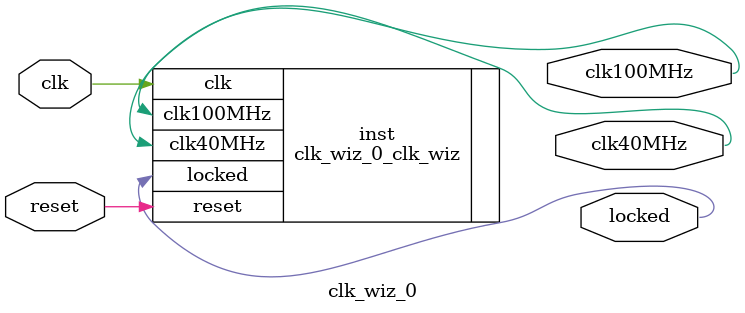
<source format=v>


`timescale 1ps/1ps

(* CORE_GENERATION_INFO = "clk_wiz_0,clk_wiz_v5_4_2_0,{component_name=clk_wiz_0,use_phase_alignment=true,use_min_o_jitter=false,use_max_i_jitter=false,use_dyn_phase_shift=false,use_inclk_switchover=false,use_dyn_reconfig=false,enable_axi=0,feedback_source=FDBK_AUTO,PRIMITIVE=MMCM,num_out_clk=2,clkin1_period=10.000,clkin2_period=10.000,use_power_down=false,use_reset=true,use_locked=true,use_inclk_stopped=false,feedback_type=SINGLE,CLOCK_MGR_TYPE=NA,manual_override=false}" *)

module clk_wiz_0 
 (
  // Clock out ports
  output        clk100MHz,
  output        clk40MHz,
  // Status and control signals
  input         reset,
  output        locked,
 // Clock in ports
  input         clk
 );

  clk_wiz_0_clk_wiz inst
  (
  // Clock out ports  
  .clk100MHz(clk100MHz),
  .clk40MHz(clk40MHz),
  // Status and control signals               
  .reset(reset), 
  .locked(locked),
 // Clock in ports
  .clk(clk)
  );

endmodule

</source>
